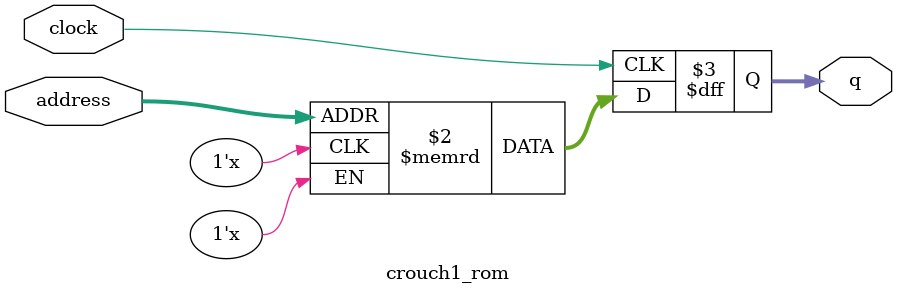
<source format=sv>
module crouch1_rom (
	input logic clock,
	input logic [12:0] address,
	output logic [2:0] q
);

logic [2:0] memory [0:5399] /* synthesis ram_init_file = "./crouch1/crouch1.mif" */;

always_ff @ (posedge clock) begin
	q <= memory[address];
end

endmodule

</source>
